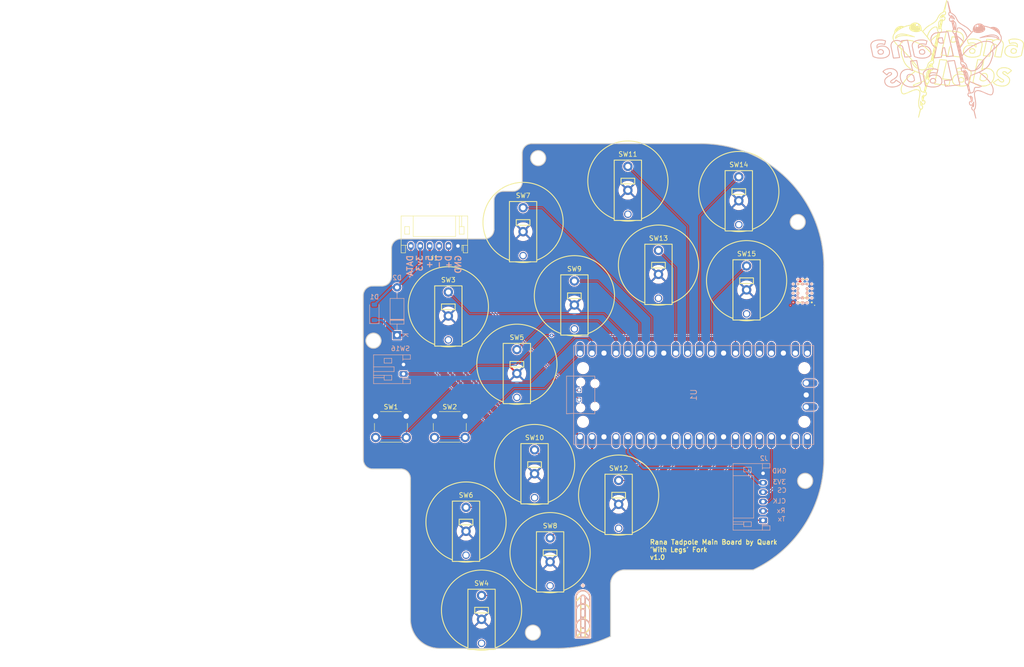
<source format=kicad_pcb>
(kicad_pcb (version 20221018) (generator pcbnew)
  (layers (0 "F.Cu" signal) (31 "B.Cu" signal) (34 "B.Paste" user) (35 "F.Paste" user) (36 "B.SilkS" user "B.Silkscreen") (37 "F.SilkS" user "F.Silkscreen") (38 "B.Mask" user) (39 "F.Mask" user) (44 "Edge.Cuts" user))
  (net 0 "")
  (net 1 "GND")
  (net 2 "+5V")
  (net 3 "VSYS")
  (net 4 "Tx")
  (net 5 "Rx")
  (net 6 "CLK")
  (net 7 "+3V3")
  (net 8 "DATA")
  (net 9 "D+")
  (net 10 "D-")
  (net 11 "CS")
  (net 12 "C_UP")
  (net 13 "C_LT")
  (net 14 "A")
  (net 15 "C_DN")
  (net 16 "C_RT")
  (net 17 "UP")
  (net 18 "MS")
  (net 19 "Z")
  (net 20 "LS")
  (net 21 "X")
  (net 22 "Y")
  (net 23 "B")
  (net 24 "R")
  (net 25 "EXTRA")
  (net 26 "Start")
  (net 27 "D")
  (net 48 "3vDiode")
  (footprint "Buttons:RanaTadpole" (layer "F.Cu") (at 151.957706 92.904723)
    (fp_text reference "SW12")
    (fp_text value "~")
  )
  (footprint "Buttons:RanaTadpole" (layer "F.Cu") (at 142.562747 50.562843)
    (fp_text reference "SW9")
    (fp_text value "~")
  )
  (footprint "Buttons:RanaTadpole" (layer "F.Cu") (at 179.128254 47.363775)
    (fp_text reference "SW15")
    (fp_text value "~")
  )
  (footprint "Button_Switch_THT:SW_PUSH_6mm" (layer "F.Cu") (at 100.353557 76.156331)
    (fp_text reference "SW1")
    (fp_text value "SW_Push")
  )
  (footprint "Buttons:RanaTadpole" (layer "F.Cu") (at 153.918524 26.2103)
    (fp_text reference "SW11")
    (fp_text value "~")
  )
  (footprint "Buttons:RanaTadpole" (layer "F.Cu") (at 137.402862 105.117687)
    (fp_text reference "SW8")
    (fp_text value "~")
  )
  (footprint "Buttons:RanaTadpole" (layer "F.Cu") (at 160.416907 44.06446)
    (fp_text reference "SW13")
    (fp_text value "~")
  )
  (footprint "Buttons:RanaTadpole" (layer "F.Cu") (at 122.848017 117.330652)
    (fp_text reference "SW4")
    (fp_text value "~")
  )
  (footprint "qw-logo:qw new logo silk + copper sm" (layer "F.Cu") (at 191.262 49.784)
    (fp_text reference "H1" hide)
    (fp_text value "qw-logo" hide)
  )
  (footprint "1999:1999 logo md" (layer "F.Cu") (at 144.158969 117.469384)
    (fp_text reference "H2" hide)
    (fp_text value "19.99 logo" hide)
  )
  (footprint "Buttons:RanaTadpole" (layer "F.Cu") (at 131.664795 34.998954)
    (fp_text reference "SW7")
    (fp_text value "~")
  )
  (footprint "Buttons:RanaTadpole" (layer "F.Cu") (at 130.349783 65.117687)
    (fp_text reference "SW5")
    (fp_text value "~")
  )
  (footprint "Connector_JST:JST_PH_S6B-PH-K_1x06_P2.00mm_Horizontal" (layer "F.Cu") (at 117.8306 39.9796 180)
    (fp_text reference "J1")
    (fp_text value "I/O")
  )
  (footprint "Button_Switch_THT:SW_PUSH_6mm" (layer "F.Cu") (at 112.853557 76.156331)
    (fp_text reference "SW2")
    (fp_text value "SW_Push")
  )
  (footprint "Buttons:RanaTadpole" (layer "F.Cu") (at 115.794938 52.904723)
    (fp_text reference "SW3")
    (fp_text value "~")
  )
  (footprint "logo:Logo_with_text_28mm" (layer "F.Cu") (at 224.126 0.25)
    (fp_text reference "G***" hide)
    (fp_text value "LOGO" hide)
  )
  (footprint "Buttons:RanaTadpole" (layer "F.Cu") (at 177.472295 28.436076)
    (fp_text reference "SW14")
    (fp_text value "~")
  )
  (footprint "Buttons:RanaTadpole" (layer "F.Cu") (at 134.103546 86.40634)
    (fp_text reference "SW10")
    (fp_text value "~")
  )
  (footprint "Buttons:RanaTadpole" (layer "F.Cu") (at 119.548702 98.619304)
    (fp_text reference "SW6")
    (fp_text value "~")
  )
  (footprint "RaspberryPi_Pico:RPI_PICO_TH" (layer "B.Cu") (at 167.894 71.628 -90)
    (fp_text reference "U1")
    (fp_text value "RPI_PICO-TH")
  )
  (footprint "Diode_THT:D_A-405_P10.16mm_Horizontal" (layer "B.Cu") (at 104.902 58.928 90)
    (fp_text reference "D2")
    (fp_text value "Schottky Diode")
  )
  (footprint "Connector_JST:JST_PH_S2B-PH-K_1x02_P2.00mm_Horizontal" (layer "B.Cu") (at 106.2736 67.1576 90)
    (fp_text reference "SW16")
    (fp_text value "SW_Push")
  )
  (footprint "Connector_JST:JST_PH_S6B-PH-K_1x06_P2.00mm_Horizontal" (layer "B.Cu") (at 182.626 98.266 90)
    (fp_text reference "J2")
    (fp_text value "Analog Stick")
  )
  (footprint "logo:Logo_with_text_28mm" (layer "B.Cu") (at 219.326 0.45 180)
    (fp_text reference "G***" hide)
    (fp_text value "LOGO" hide)
  )
  (footprint "Diode_SMD:D_SOD-123" (layer "B.Cu") (at 100.076 54.102 90)
    (fp_text reference "D1")
    (fp_text value "Schottky Diode")
  )
  (footprint "1999:1999 logo md" (layer "B.Cu") (at 144.588231 117.469384 180)
    (fp_text reference "H4" hide)
    (fp_text value "19.99 logo" hide)
  )
  (footprint "qw-logo:qw new logo silk + copper sm" (layer "B.Cu") (at 190.742 49.794 180)
    (fp_text reference "H3" hide)
    (fp_text value "qw-logo" hide)
  )
  (gr_line (start 107.736894 89.348256) (end 107.739473 100.630722) (stroke (width 0.2)) (layer "Edge.Cuts"))
  (gr_arc (start 103.72658 46.478236) (mid 103.140955 47.892288) (end 101.727037 48.478236) (stroke (width 0.2)) (layer "Edge.Cuts"))
  (gr_line (start 131.48073 20.255515) (end 131.482127 26.364388) (stroke (width 0.2)) (layer "Edge.Cuts"))
  (gr_arc (start 97.728009 50.47915) (mid 98.313472 49.064803) (end 99.727552 48.478693) (stroke (width 0.2)) (layer "Edge.Cuts"))
  (gr_line (start 125.482584 30.364846) (end 125.482584 36.473262) (stroke (width 0.2)) (layer "Edge.Cuts"))
  (gr_arc (start 150.248056 111.77677) (mid 151.126905 109.65351) (end 153.249733 108.77362) (stroke (width 0.2)) (layer "Edge.Cuts"))
  (gr_line (start 101.727037 48.478236) (end 99.727552 48.478693) (stroke (width 0.2)) (layer "Edge.Cuts"))
  (gr_line (start 97.728009 50.47915) (end 97.73598 85.350542) (stroke (width 0.2)) (layer "Edge.Cuts"))
  (gr_arc (start 105.736437 87.348713) (mid 107.150785 87.934176) (end 107.736894 89.348256) (stroke (width 0.2)) (layer "Edge.Cuts"))
  (gr_line (start 123.483041 38.473262) (end 105.726122 38.477322) (stroke (width 0.2)) (layer "Edge.Cuts"))
  (gr_circle (center 133.7564 122.098861) (end 135.357661 122.098861) (stroke (width 0.2)) (fill none) (layer "Edge.Cuts"))
  (gr_line (start 103.72658 40.477322) (end 103.72658 42.478236) (stroke (width 0.2)) (layer "Edge.Cuts"))
  (gr_line (start 103.72658 42.478236) (end 103.72658 46.478236) (stroke (width 0.2)) (layer "Edge.Cuts"))
  (gr_line (start 150.250598 122.897625) (end 150.248056 111.77677) (stroke (width 0.2)) (layer "Edge.Cuts"))
  (gr_arc (start 99.736437 87.350085) (mid 98.32209 86.764622) (end 97.73598 85.350542) (stroke (width 0.2)) (layer "Edge.Cuts"))
  (gr_line (start 129.482127 28.364846) (end 127.482584 28.364846) (stroke (width 0.2)) (layer "Edge.Cuts"))
  (gr_arc (start 125.482584 30.364846) (mid 126.068372 28.950636) (end 127.482584 28.364846) (stroke (width 0.2)) (layer "Edge.Cuts"))
  (gr_circle (center 191.5668 89.8652) (end 193.168061 89.8652) (stroke (width 0.2)) (fill none) (layer "Edge.Cuts"))
  (gr_arc (start 131.482127 26.364388) (mid 130.896503 27.778899) (end 129.482127 28.364846) (stroke (width 0.2)) (layer "Edge.Cuts"))
  (gr_circle (center 99.897139 60.0964) (end 101.4984 60.0964) (stroke (width 0.2)) (fill none) (layer "Edge.Cuts"))
  (gr_arc (start 150.250598 122.897625) (mid 144.828325 124.7839) (end 139.126318 125.451875) (stroke (width 0.2)) (layer "Edge.Cuts"))
  (gr_line (start 99.736437 87.350085) (end 105.736437 87.348713) (stroke (width 0.2)) (layer "Edge.Cuts"))
  (gr_circle (center 134.874 21.336) (end 136.475261 21.336) (stroke (width 0.2)) (fill none) (layer "Edge.Cuts"))
  (gr_arc (start 113.922473 125.457331) (mid 109.550432 123.646372) (end 107.739473 119.274331) (stroke (width 0.2)) (layer "Edge.Cuts"))
  (gr_line (start 195.553153 85.181377) (end 195.543799 44.26136) (stroke (width 0.2)) (layer "Edge.Cuts"))
  (gr_arc (start 125.482584 36.473262) (mid 124.896958 37.887313) (end 123.483041 38.473262) (stroke (width 0.2)) (layer "Edge.Cuts"))
  (gr_line (start 107.739473 100.630722) (end 107.739473 119.274331) (stroke (width 0.2)) (layer "Edge.Cuts"))
  (gr_arc (start 131.48073 20.255515) (mid 132.066194 18.841168) (end 133.480273 18.255058) (stroke (width 0.2)) (layer "Edge.Cuts"))
  (gr_arc (start 103.72658 40.477322) (mid 104.312204 39.06327) (end 105.726122 38.477322) (stroke (width 0.2)) (layer "Edge.Cuts"))
  (gr_arc (start 169.517363 18.24682) (mid 187.918368 25.863839) (end 195.543799 44.26136) (stroke (width 0.2)) (layer "Edge.Cuts"))
  (gr_line (start 113.922473 125.457331) (end 139.126318 125.451875) (stroke (width 0.2)) (layer "Edge.Cuts"))
  (gr_line (start 169.517363 18.24682) (end 133.480273 18.255058) (stroke (width 0.2)) (layer "Edge.Cuts"))
  (gr_circle (center 189.992 34.8996) (end 191.593261 34.8996) (stroke (width 0.2)) (fill none) (layer "Edge.Cuts"))
  (gr_line (start 153.249733 108.77362) (end 180.534945 108.767383) (stroke (width 0.2)) (layer "Edge.Cuts"))
  (gr_arc (start 195.553153 85.181377) (mid 191.481376 99.163072) (end 180.534945 108.767383) (stroke (width 0.2)) (layer "Edge.Cuts"))
  (gr_text "Rx" (at 187.452 96.774) (layer "B.SilkS") (effects (font (size 1 1)) (justify left bottom mirror)))
  (gr_text "Tx" (at 187.452 98.552) (layer "B.SilkS") (effects (font (size 1 1)) (justify left bottom mirror)))
  (gr_text "DATA\n3v3\n5+\nD-\nD+\nGND" (at 118.618 41.8084 90) (layer "B.SilkS") (effects (font (size 1.27 1.27) (thickness 0.2286) bold) (justify left bottom mirror)))
  (gr_text "CLK" (at 187.579 94.742) (layer "B.SilkS") (effects (font (size 1 1)) (justify left bottom mirror)))
  (gr_text "GND" (at 187.706 88.3412) (layer "B.SilkS") (effects (font (size 1 1)) (justify left bottom mirror)))
  (gr_text "CS" (at 187.706 92.456) (layer "B.SilkS") (effects (font (size 1 1)) (justify left bottom mirror)))
  (gr_text "3V3" (at 187.579 90.678) (layer "B.SilkS") (effects (font (size 1 1)) (justify left bottom mirror)))
  (gr_text "Rana Tadpole Main Board by Quark\n'With Legs' Fork\nv1.0" (at 158.496 106.68) (layer "F.SilkS") (effects (font (size 1 1) (thickness 0.2) bold) (justify left bottom)))
  (segment (start 138.684 75.438) (end 128.016 75.438) (width 0.5) (layer "F.Cu") (net 2))
  (segment (start 143.764 80.518) (end 138.684 75.438) (width 0.5) (layer "F.Cu") (net 2))
  (segment (start 128.016 75.438) (end 111.8306 59.2526) (width 0.5) (layer "F.Cu") (net 2))
  (segment (start 111.8306 59.2526) (end 111.8306 39.9796) (width 0.5) (layer "F.Cu") (net 2))
  (segment (start 108.204 58.928) (end 104.902 58.928) (width 0.5) (layer "F.Cu") (net 3))
  (segment (start 134.747 77.597) (end 126.873 77.597) (width 0.5) (layer "F.Cu") (net 3))
  (segment (start 144.78 85.09) (end 142.24 85.09) (width 0.5) (layer "F.Cu") (net 3))
  (segment (start 126.873 77.597) (end 108.204 58.928) (width 0.5) (layer "F.Cu") (net 3))
  (segment (start 146.304 80.518) (end 146.304 83.566) (width 0.5) (layer "F.Cu") (net 3))
  (segment (start 142.24 85.09) (end 134.747 77.597) (width 0.5) (layer "F.Cu") (net 3))
  (segment (start 146.304 83.566) (end 144.78 85.09) (width 0.5) (layer "F.Cu") (net 3))
  (segment (start 101.726 55.752) (end 104.902 58.928) (width 0.5) (layer "B.Cu") (net 3))
  (segment (start 100.076 55.752) (end 101.726 55.752) (width 0.5) (layer "B.Cu") (net 3))
  (segment (start 179.7812 96.3676) (end 181.6796 98.266) (width 0.2) (layer "F.Cu") (net 4))
  (segment (start 181.451 84.1314) (end 179.7812 85.8012) (width 0.2) (layer "F.Cu") (net 4))
  (segment (start 179.7812 85.8012) (end 179.7812 96.3676) (width 0.2) (layer "F.Cu") (net 4))
  (segment (start 181.451 80.931) (end 181.451 84.1314) (width 0.2) (layer "F.Cu") (net 4))
  (segment (start 181.6796 98.266) (end 182.626 98.266) (width 0.2) (layer "F.Cu") (net 4))
  (segment (start 181.864 80.518) (end 181.451 80.931) (width 0.2) (layer "F.Cu") (net 4))
  (segment (start 187.0456 88.5444) (end 187.0456 94.234) (width 0.2) (layer "F.Cu") (net 5))
  (segment (start 187.0456 94.234) (end 185.0136 96.266) (width 0.2) (layer "F.Cu") (net 5))
  (segment (start 192.024 83.566) (end 187.0456 88.5444) (width 0.2) (layer "F.Cu") (net 5))
  (segment (start 192.024 80.518) (end 192.024 83.566) (width 0.2) (layer "F.Cu") (net 5))
  (segment (start 185.0136 96.266) (end 182.626 96.266) (width 0.2) (layer "F.Cu") (net 5))
  (segment (start 183.7116 94.266) (end 182.626 94.266) (width 0.2) (layer "B.Cu") (net 6))
  (segment (start 184.404 80.518) (end 184.404 93.5736) (width 0.2) (layer "B.Cu") (net 6))
  (segment (start 184.404 93.5736) (end 183.7116 94.266) (width 0.2) (layer "B.Cu") (net 6))
  (segment (start 178.562 87.122) (end 181.706 90.266) (width 0.5) (layer "B.Cu") (net 7))
  (segment (start 157.226 87.122) (end 153.924 83.82) (width 0.5) (layer "B.Cu") (net 7))
  (segment (start 153.924 83.82) (end 153.924 80.518) (width 0.5) (layer "B.Cu") (net 7))
  (segment (start 181.706 90.266) (end 182.626 90.266) (width 0.5) (layer "B.Cu") (net 7))
  (segment (start 178.562 87.122) (end 157.226 87.122) (width 0.5) (layer "B.Cu") (net 7))
  (segment (start 159.004 83.4136) (end 159.004 80.518) (width 0.2) (layer "F.Cu") (net 8))
  (segment (start 107.8306 48.8366) (end 102.2604 54.4068) (width 0.2) (layer "F.Cu") (net 8))
  (segment (start 104.4448 62.3316) (end 108.6612 62.3316) (width 0.2) (layer "F.Cu") (net 8))
  (segment (start 107.8306 39.9796) (end 107.8306 48.8366) (width 0.2) (layer "F.Cu") (net 8))
  (segment (start 102.2604 54.4068) (end 102.2604 60.1472) (width 0.2) (layer "F.Cu") (net 8))
  (segment (start 108.6612 62.3316) (end 127.3556 81.026) (width 0.2) (layer "F.Cu") (net 8))
  (segment (start 127.3556 81.026) (end 134.62 81.026) (width 0.2) (layer "F.Cu") (net 8))
  (segment (start 134.62 81.026) (end 139.954 86.36) (width 0.2) (layer "F.Cu") (net 8))
  (segment (start 139.954 86.36) (end 156.0576 86.36) (width 0.2) (layer "F.Cu") (net 8))
  (segment (start 102.2604 60.1472) (end 104.4448 62.3316) (width 0.2) (layer "F.Cu") (net 8))
  (segment (start 156.0576 86.36) (end 159.004 83.4136) (width 0.2) (layer "F.Cu") (net 8))
  (segment (start 115.0556 42.067101) (end 115.0556 43.453203) (width 0.2) (layer "F.Cu") (net 9))
  (segment (start 142.230397 70.628) (end 143.594 70.628) (width 0.2) (layer "F.Cu") (net 9))
  (segment (start 115.8306 39.9796) (end 115.8306 41.292101) (width 0.2) (layer "F.Cu") (net 9))
  (segment (start 115.8306 41.292101) (end 115.0556 42.067101) (width 0.2) (layer "F.Cu") (net 9))
  (segment (start 115.0556 43.453203) (end 142.230397 70.628) (width 0.2) (layer "F.Cu") (net 9))
  (segment (start 114.6056 43.6396) (end 143.594 72.628) (width 0.2) (layer "F.Cu") (net 10))
  (segment (start 113.8306 39.9796) (end 113.8306 41.292101) (width 0.2) (layer "F.Cu") (net 10))
  (segment (start 113.8306 41.292101) (end 114.6056 42.067101) (width 0.2) (layer "F.Cu") (net 10))
  (segment (start 114.6056 42.067101) (end 114.6056 43.6396) (width 0.2) (layer "F.Cu") (net 10))
  (segment (start 185.928 88.1888) (end 185.928 90.2716) (width 0.2) (layer "F.Cu") (net 11))
  (segment (start 185.928 90.2716) (end 183.9336 92.266) (width 0.2) (layer "F.Cu") (net 11))
  (segment (start 189.484 84.6328) (end 185.928 88.1888) (width 0.2) (layer "F.Cu") (net 11))
  (segment (start 183.9336 92.266) (end 182.626 92.266) (width 0.2) (layer "F.Cu") (net 11))
  (segment (start 189.484 80.518) (end 189.484 84.6328) (width 0.2) (layer "F.Cu") (net 11))
  (segment (start 134.103546 83.27634) (end 138.965206 88.138) (width 0.2) (layer "F.Cu") (net 12))
  (segment (start 138.965206 88.138) (end 159.6136 88.138) (width 0.2) (layer "F.Cu") (net 12))
  (segment (start 159.6136 88.138) (end 164.084 83.6676) (width 0.2) (layer "F.Cu") (net 12))
  (segment (start 164.084 83.6676) (end 164.084 80.518) (width 0.2) (layer "F.Cu") (net 12))
  (segment (start 146.812 91.694) (end 164.338 91.694) (width 0.2) (layer "F.Cu") (net 13))
  (segment (start 119.548702 95.489304) (end 143.016696 95.489304) (width 0.2) (layer "F.Cu") (net 13))
  (segment (start 164.338 91.694) (end 171.704 84.328) (width 0.2) (layer "F.Cu") (net 13))
  (segment (start 171.704 84.328) (end 171.704 80.518) (width 0.2) (layer "F.Cu") (net 13))
  (segment (start 143.016696 95.489304) (end 146.812 91.694) (width 0.2) (layer "F.Cu") (net 13))
  (segment (start 176.784 80.518) (end 176.784 82.0928) (width 0.2) (layer "F.Cu") (net 14))
  (segment (start 160.9598 97.917) (end 141.473549 97.917) (width 0.2) (layer "F.Cu") (net 14))
  (segment (start 141.473549 97.917) (end 137.402862 101.987687) (width 0.2) (layer "F.Cu") (net 14))
  (segment (start 176.784 82.0928) (end 160.9598 97.917) (width 0.2) (layer "F.Cu") (net 14))
  (segment (start 127.099348 114.200652) (end 136.779 104.521) (width 0.2) (layer "F.Cu") (net 15))
  (segment (start 179.324 82.931) (end 179.324 80.518) (width 0.2) (layer "F.Cu") (net 15))
  (segment (start 136.779 104.521) (end 157.734 104.521) (width 0.2) (layer "F.Cu") (net 15))
  (segment (start 122.848017 114.200652) (end 127.099348 114.200652) (width 0.2) (layer "F.Cu") (net 15))
  (segment (start 157.734 104.521) (end 179.324 82.931) (width 0.2) (layer "F.Cu") (net 15))
  (segment (start 166.624 83.566) (end 166.624 80.518) (width 0.2) (layer "F.Cu") (net 16))
  (segment (start 160.415277 89.774723) (end 166.624 83.566) (width 0.2) (layer "F.Cu") (net 16))
  (segment (start 151.957706 89.774723) (end 160.415277 89.774723) (width 0.2) (layer "F.Cu") (net 16))
  (segment (start 171.704 51.658029) (end 171.704 62.738) (width 0.2) (layer "B.Cu") (net 17))
  (segment (start 179.128254 44.233775) (end 171.704 51.658029) (width 0.2) (layer "B.Cu") (net 17))
  (segment (start 177.472295 25.306076) (end 169.164 33.614371) (width 0.2) (layer "B.Cu") (net 18))
  (segment (start 169.164 33.614371) (end 169.164 62.738) (width 0.2) (layer "B.Cu") (net 18))
  (segment (start 160.416907 40.93446) (end 164.084 44.601553) (width 0.2) (layer "B.Cu") (net 19))
  (segment (start 164.084 44.601553) (end 164.084 62.738) (width 0.2) (layer "B.Cu") (net 19))
  (segment (start 166.624 62.738) (end 166.624 35.785776) (width 0.2) (layer "B.Cu") (net 20))
  (segment (start 166.624 35.785776) (end 153.918524 23.0803) (width 0.2) (layer "B.Cu") (net 20))
  (segment (start 142.562747 47.432843) (end 147.508843 47.432843) (width 0.2) (layer "B.Cu") (net 21))
  (segment (start 147.508843 47.432843) (end 156.464 56.388) (width 0.2) (layer "B.Cu") (net 21))
  (segment (start 156.464 56.388) (end 156.464 62.738) (width 0.2) (layer "B.Cu") (net 21))
  (segment (start 131.664795 31.868954) (end 135.754954 31.868954) (width 0.2) (layer "B.Cu") (net 22))
  (segment (start 159.004 55.118) (end 159.004 62.738) (width 0.2) (layer "B.Cu") (net 22))
  (segment (start 135.754954 31.868954) (end 159.004 55.118) (width 0.2) (layer "B.Cu") (net 22))
  (segment (start 151.384 62.738) (end 151.384 59.69) (width 0.2) (layer "B.Cu") (net 23))
  (segment (start 136.45747 55.88) (end 130.349783 61.987687) (width 0.2) (layer "B.Cu") (net 23))
  (segment (start 151.384 59.69) (end 147.574 55.88) (width 0.2) (layer "B.Cu") (net 23))
  (segment (start 147.574 55.88) (end 136.45747 55.88) (width 0.2) (layer "B.Cu") (net 23))
  (segment (start 153.924 62.738) (end 153.924 59.436) (width 0.2) (layer "B.Cu") (net 24))
  (segment (start 120.376215 54.356) (end 115.794938 49.774723) (width 0.2) (layer "B.Cu") (net 24))
  (segment (start 153.924 59.436) (end 148.844 54.356) (width 0.2) (layer "B.Cu") (net 24))
  (segment (start 148.844 54.356) (end 120.376215 54.356) (width 0.2) (layer "B.Cu") (net 24))
  (segment (start 175.8188 58.9788) (end 137.7188 58.9788) (width 0.2) (layer "F.Cu") (net 25))
  (segment (start 175.8188 58.9788) (end 176.784 59.944) (width 0.2) (layer "F.Cu") (net 25))
  (segment (start 176.784 59.944) (end 176.784 62.738) (width 0.2) (layer "F.Cu") (net 25))
  (via (at 137.7188 58.9788) (size 0.8) (drill 0.4) (layers "F.Cu" "B.Cu") (net 25))
  (segment (start 130.250192 65.3288) (end 121.9708 65.3288) (width 0.2) (layer "B.Cu") (net 25))
  (segment (start 136.600192 58.9788) (end 130.250192 65.3288) (width 0.2) (layer "B.Cu") (net 25))
  (segment (start 120.142 67.1576) (end 106.2736 67.1576) (width 0.2) (layer "B.Cu") (net 25))
  (segment (start 121.9708 65.3288) (end 120.142 67.1576) (width 0.2) (layer "B.Cu") (net 25))
  (segment (start 137.7188 58.9788) (end 136.600192 58.9788) (width 0.2) (layer "B.Cu") (net 25))
  (segment (start 100.353557 80.656331) (end 106.853557 80.656331) (width 0.2) (layer "B.Cu") (net 26))
  (segment (start 106.853557 80.656331) (end 106.853557 79.656331) (width 0.2) (layer "B.Cu") (net 26))
  (segment (start 145.3896 59.436) (end 146.304 60.3504) (width 0.2) (layer "B.Cu") (net 26))
  (segment (start 133.2484 68.8848) (end 142.6972 59.436) (width 0.2) (layer "B.Cu") (net 26))
  (segment (start 146.304 60.3504) (end 146.304 62.738) (width 0.2) (layer "B.Cu") (net 26))
  (segment (start 106.853557 79.656331) (end 117.625088 68.8848) (width 0.2) (layer "B.Cu") (net 26))
  (segment (start 117.625088 68.8848) (end 133.2484 68.8848) (width 0.2) (layer "B.Cu") (net 26))
  (segment (start 142.6972 59.436) (end 145.3896 59.436) (width 0.2) (layer "B.Cu") (net 26))
  (segment (start 112.853557 80.656331) (end 119.353557 80.656331) (width 0.2) (layer "B.Cu") (net 27))
  (segment (start 129.753488 70.2564) (end 119.353557 80.656331) (width 0.2) (layer "B.Cu") (net 27))
  (segment (start 143.764 62.738) (end 136.2456 70.2564) (width 0.2) (layer "B.Cu") (net 27))
  (segment (start 136.2456 70.2564) (end 129.753488 70.2564) (width 0.2) (layer "B.Cu") (net 27))
  (segment (start 109.8306 43.8394) (end 104.902 48.768) (width 0.5) (layer "B.Cu") (net 48))
  (segment (start 103.76 48.768) (end 100.076 52.452) (width 0.5) (layer "B.Cu") (net 48))
  (segment (start 104.902 48.768) (end 103.76 48.768) (width 0.5) (layer "B.Cu") (net 48))
  (segment (start 109.8306 39.9796) (end 109.8306 43.8394) (width 0.5) (layer "B.Cu") (net 48))
  (zone (net 1) (net_name "GND") (layers "F&B.Cu") (connect_pads yes (clearance 0.15)) (min_thickness 0.15) (fill yes (thermal_gap 0.508) (thermal_bridge_width 0.508))
    (polygon (pts (xy 20.587452 16.448834) (xy 198.178702 16.448834) (xy 198.178702 127.822584) (xy 20.587452 127.822584)))
  )
)
</source>
